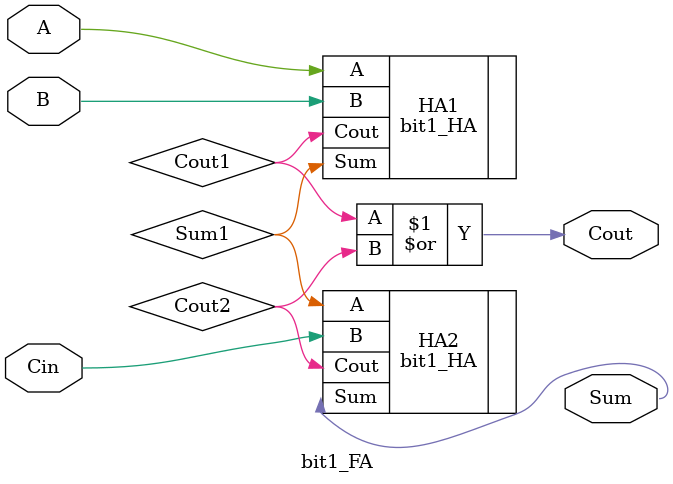
<source format=v>
module bit1_FA(
	input A, B,
	input Cin,
	output Sum,
	output Cout
);
	
	wire Sum1, Cout1, Cout2;

	bit1_HA HA1(.A(A), .B(B), .Sum(Sum1), .Cout(Cout1));
	bit1_HA HA2(.A(Sum1), .B(Cin), .Sum(Sum), .Cout(Cout2));

	assign Cout = Cout1 | Cout2;
endmodule

</source>
